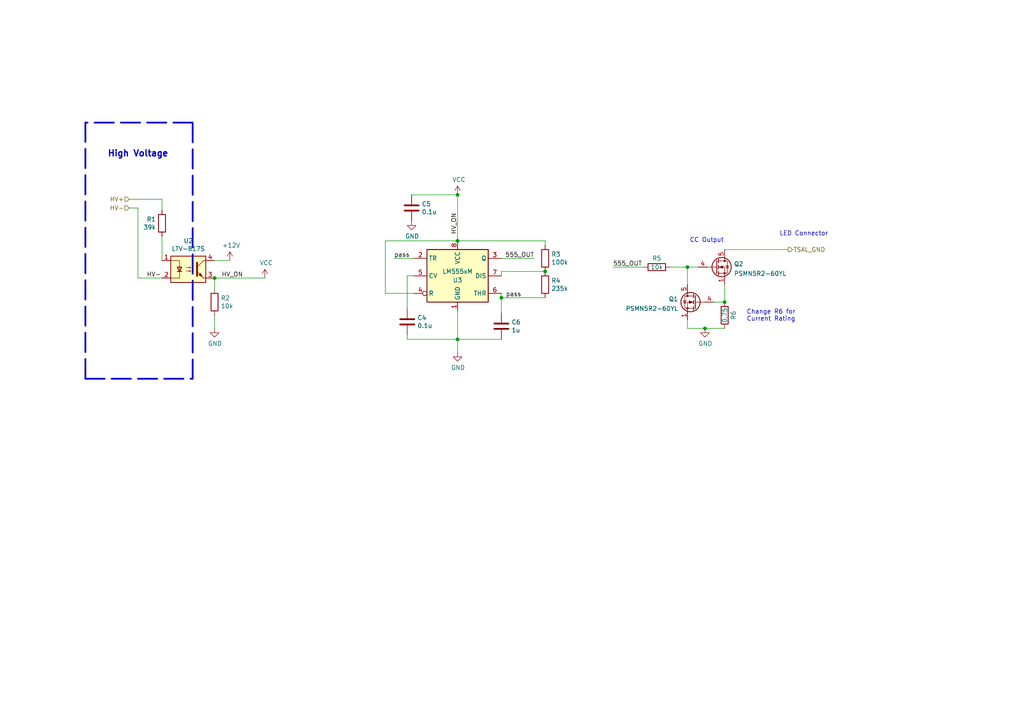
<source format=kicad_sch>
(kicad_sch (version 20211123) (generator eeschema)
  (paper "A4")
  (lib_symbols
    (symbol "Device:C" (pin_numbers hide) (pin_names (offset 0.254))
      (property "Reference" "C" (at 0.635 2.54 0))
      (property "Value" "C" (at 0.635 -2.54 0))
      (symbol "C_0_1"
        (polyline (pts (xy -2.032 -0.762) (xy 2.032 -0.762)) (stroke (width 0.508)))
        (polyline (pts (xy -2.032 0.762) (xy 2.032 0.762)) (stroke (width 0.508)))
      )
      (symbol "C_1_1"
        (pin passive line (at 0 3.81 270) (length 2.794) (name "~") (number "1"))
        (pin passive line (at 0 -3.81 90) (length 2.794) (name "~") (number "2"))
      )
    )
    (symbol "Device:R" (pin_numbers hide) (pin_names (offset 0))
      (property "Reference" "R" (at 2.032 0 90))
      (property "Value" "R" (at 0 0 90))
      (symbol "R_0_1"
        (rectangle (start -1.016 -2.54) (end 1.016 2.54) (stroke (width 0.254)))
      )
      (symbol "R_1_1"
        (pin passive line (at 0 3.81 270) (length 1.27) (name "~") (number "1"))
        (pin passive line (at 0 -3.81 90) (length 1.27) (name "~") (number "2"))
      )
    )
    (symbol "Isolator:LTV-817S" (pin_names (offset 1.016))
      (property "Reference" "U" (at -3.81 5.08 0))
      (property "Value" "LTV-817S" (at 0 -5.08 0))
      (symbol "LTV-817S_1_1"
        (rectangle (start -5.08 3.81) (end 5.08 -3.81) (stroke (width 0.254)) (fill (type background)))
        (polyline (pts (xy -3.175 -0.635) (xy -1.905 -0.635)) (stroke (width 0.254)))
        (polyline (pts (xy 2.54 0.635) (xy 4.445 2.54)))
        (polyline (pts (xy 4.445 -2.54) (xy 2.54 -0.635)) (fill (type outline)))
        (polyline (pts (xy 4.445 -2.54) (xy 5.08 -2.54)))
        (polyline (pts (xy 4.445 2.54) (xy 5.08 2.54)))
        (polyline (pts (xy -5.08 2.54) (xy -2.54 2.54) (xy -2.54 -0.762)))
        (polyline (pts (xy -2.54 -0.635) (xy -2.54 -2.54) (xy -5.08 -2.54)))
        (polyline (pts (xy 2.54 1.905) (xy 2.54 -1.905) (xy 2.54 -1.905)) (stroke (width 0.508)))
        (polyline (pts (xy -2.54 -0.635) (xy -3.175 0.635) (xy -1.905 0.635) (xy -2.54 -0.635)) (stroke (width 0.254)))
        (polyline (pts (xy -0.508 -0.508) (xy 0.762 -0.508) (xy 0.381 -0.635) (xy 0.381 -0.381) (xy 0.762 -0.508)))
        (polyline (pts (xy -0.508 0.508) (xy 0.762 0.508) (xy 0.381 0.381) (xy 0.381 0.635) (xy 0.762 0.508)))
        (polyline (pts (xy 3.048 -1.651) (xy 3.556 -1.143) (xy 4.064 -2.159) (xy 3.048 -1.651) (xy 3.048 -1.651)) (fill (type outline)))
        (pin passive line (at -7.62 2.54 0) (length 2.54) (name "~") (number "1"))
        (pin passive line (at -7.62 -2.54 0) (length 2.54) (name "~") (number "2"))
        (pin passive line (at 7.62 -2.54 180) (length 2.54) (name "~") (number "3"))
        (pin passive line (at 7.62 2.54 180) (length 2.54) (name "~") (number "4"))
      )
    )
    (symbol "Timer:LM555xM"
      (property "Reference" "U" (at -10.16 8.89 0))
      (property "Value" "LM555xM" (at 2.54 8.89 0))
      (symbol "LM555xM_0_0"
        (pin power_in line (at 0 -10.16 90) (length 2.54) (name "GND") (number "1"))
        (pin power_in line (at 0 10.16 270) (length 2.54) (name "VCC") (number "8"))
      )
      (symbol "LM555xM_0_1"
        (rectangle (start -8.89 -7.62) (end 8.89 7.62) (stroke (width 0.254)) (fill (type background)))
        (rectangle (start -8.89 -7.62) (end 8.89 7.62) (stroke (width 0.254)) (fill (type background)))
      )
      (symbol "LM555xM_1_1"
        (pin input line (at -12.7 5.08 0) (length 3.81) (name "TR") (number "2"))
        (pin output line (at 12.7 5.08 180) (length 3.81) (name "Q") (number "3"))
        (pin input inverted (at -12.7 -5.08 0) (length 3.81) (name "R") (number "4"))
        (pin input line (at -12.7 0 0) (length 3.81) (name "CV") (number "5"))
        (pin input line (at 12.7 -5.08 180) (length 3.81) (name "THR") (number "6"))
        (pin input line (at 12.7 0 180) (length 3.81) (name "DIS") (number "7"))
      )
    )
    (symbol "Transistor_FET:PSMN5R2-60YL" (pin_names hide)
      (property "Reference" "Q" (at 6.35 2.54 0))
      (property "Value" "PSMN5R2-60YL" (at 12.7 0 0))
      (symbol "PSMN5R2-60YL_0_1"
        (polyline (pts (xy 0.254 0) (xy -2.54 0)))
        (polyline (pts (xy 0.254 1.905) (xy 0.254 -1.905)) (stroke (width 0.254)))
        (polyline (pts (xy 0.762 -1.27) (xy 0.762 -2.286)) (stroke (width 0.254)))
        (polyline (pts (xy 0.762 0.508) (xy 0.762 -0.508)) (stroke (width 0.254)))
        (polyline (pts (xy 0.762 2.286) (xy 0.762 1.27)) (stroke (width 0.254)))
        (polyline (pts (xy 2.54 2.54) (xy 2.54 1.778)))
        (polyline (pts (xy 2.54 -2.54) (xy 2.54 0) (xy 0.762 0)))
        (polyline (pts (xy 0.762 -1.778) (xy 3.302 -1.778) (xy 3.302 1.778) (xy 0.762 1.778)))
        (polyline (pts (xy 1.016 0) (xy 2.032 0.381) (xy 2.032 -0.381) (xy 1.016 0)) (fill (type outline)))
        (polyline (pts (xy 2.794 0.508) (xy 2.921 0.381) (xy 3.683 0.381) (xy 3.81 0.254)))
        (polyline (pts (xy 3.302 0.381) (xy 2.921 -0.254) (xy 3.683 -0.254) (xy 3.302 0.381)))
        (circle (center 1.651 0) (radius 2.794) (stroke (width 0.254)))
        (circle (center 2.54 -1.778) (radius 0.254) (fill (type outline)))
        (circle (center 2.54 1.778) (radius 0.254) (fill (type outline)))
      )
      (symbol "PSMN5R2-60YL_1_1"
        (pin passive line (at 2.54 -5.08 90) (length 2.54) (name "S") (number "1"))
        (pin passive line (at 2.54 -5.08 90) (length 2.54) hide (name "S") (number "2"))
        (pin passive line (at 2.54 -5.08 90) (length 2.54) hide (name "S") (number "3"))
        (pin passive line (at -5.08 0 0) (length 2.54) (name "G") (number "4"))
        (pin passive line (at 2.54 5.08 270) (length 2.54) (name "D") (number "5"))
      )
    )
    (symbol "power:+12V" (power) (pin_names (offset 0))
      (property "Value" "+12V" (at 0 3.556 0))
      (symbol "+12V_0_1"
        (polyline (pts (xy -0.762 1.27) (xy 0 2.54)))
        (polyline (pts (xy 0 0) (xy 0 2.54)))
        (polyline (pts (xy 0 2.54) (xy 0.762 1.27)))
      )
      (symbol "+12V_1_1"
        (pin power_in line (at 0 0 90) (length 0) hide (name "+12V") (number "1"))
      )
    )
    (symbol "power:GND" (power) (pin_names (offset 0))
      (property "Value" "GND" (at 0 -3.81 0))
      (symbol "GND_0_1"
        (polyline (pts (xy 0 0) (xy 0 -1.27) (xy 1.27 -1.27) (xy 0 -2.54) (xy -1.27 -1.27) (xy 0 -1.27)))
      )
      (symbol "GND_1_1"
        (pin power_in line (at 0 0 270) (length 0) hide (name "GND") (number "1"))
      )
    )
    (symbol "power:VCC" (power) (pin_names (offset 0))
      (property "Value" "VCC" (at 0 3.81 0))
      (symbol "VCC_0_1"
        (polyline (pts (xy -0.762 1.27) (xy 0 2.54)))
        (polyline (pts (xy 0 0) (xy 0 2.54)))
        (polyline (pts (xy 0 2.54) (xy 0.762 1.27)))
      )
      (symbol "VCC_1_1"
        (pin power_in line (at 0 0 90) (length 0) hide (name "VCC") (number "1"))
      )
    )
  )
  (junction (at 145.415 86.36))
  (junction (at 199.39 77.47))
  (junction (at 132.715 69.85))
  (junction (at 132.715 98.425))
  (junction (at 210.185 87.63))
  (junction (at 158.115 78.74))
  (junction (at 132.715 56.515))
  (junction (at 62.23 80.645))
  (junction (at 204.47 95.25))
  (wire (pts (xy 111.76 69.85) (xy 132.715 69.85)))
  (wire (pts (xy 145.415 80.01) (xy 145.415 78.74)))
  (wire (pts (xy 199.39 77.47) (xy 202.565 77.47)))
  (wire (pts (xy 145.415 86.36) (xy 145.415 85.09)))
  (wire (pts (xy 37.465 57.785) (xy 46.99 57.785)))
  (wire (pts (xy 177.8 77.47) (xy 186.69 77.47)))
  (wire (pts (xy 210.185 72.39) (xy 228.6 72.39)))
  (polyline (pts (xy 55.88 35.56) (xy 24.765 35.56)) (stroke (width 0.508)))
  (wire (pts (xy 158.115 71.12) (xy 158.115 69.85)))
  (wire (pts (xy 62.23 80.645) (xy 76.835 80.645)))
  (wire (pts (xy 120.015 85.09) (xy 111.76 85.09)))
  (wire (pts (xy 210.185 87.63) (xy 210.185 82.55)))
  (wire (pts (xy 132.715 90.17) (xy 132.715 98.425)))
  (wire (pts (xy 207.01 87.63) (xy 210.185 87.63)))
  (wire (pts (xy 46.99 68.58) (xy 46.99 75.565)))
  (wire (pts (xy 111.76 85.09) (xy 111.76 69.85)))
  (wire (pts (xy 199.39 95.25) (xy 199.39 92.71)))
  (wire (pts (xy 132.715 56.515) (xy 119.38 56.515)))
  (wire (pts (xy 145.415 78.74) (xy 158.115 78.74)))
  (wire (pts (xy 194.31 77.47) (xy 199.39 77.47)))
  (wire (pts (xy 145.415 98.425) (xy 132.715 98.425)))
  (wire (pts (xy 204.47 95.25) (xy 199.39 95.25)))
  (wire (pts (xy 118.11 89.535) (xy 118.11 80.01)))
  (polyline (pts (xy 55.88 109.855) (xy 55.88 35.56)) (stroke (width 0.508)))
  (wire (pts (xy 210.185 95.25) (xy 204.47 95.25)))
  (wire (pts (xy 40.005 80.645) (xy 40.005 60.325)))
  (wire (pts (xy 118.11 98.425) (xy 132.715 98.425)))
  (wire (pts (xy 62.23 80.645) (xy 62.23 83.82)))
  (wire (pts (xy 118.11 97.155) (xy 118.11 98.425)))
  (wire (pts (xy 132.715 98.425) (xy 132.715 102.235)))
  (wire (pts (xy 132.715 56.515) (xy 132.715 69.85)))
  (wire (pts (xy 145.415 86.36) (xy 158.115 86.36)))
  (wire (pts (xy 118.11 80.01) (xy 120.015 80.01)))
  (wire (pts (xy 199.39 82.55) (xy 199.39 77.47)))
  (wire (pts (xy 158.115 69.85) (xy 132.715 69.85)))
  (wire (pts (xy 66.675 75.565) (xy 62.23 75.565)))
  (wire (pts (xy 145.415 90.805) (xy 145.415 86.36)))
  (wire (pts (xy 46.99 80.645) (xy 40.005 80.645)))
  (wire (pts (xy 40.005 60.325) (xy 37.465 60.325)))
  (polyline (pts (xy 24.765 35.56) (xy 24.765 109.855)) (stroke (width 0.508)))
  (wire (pts (xy 62.23 91.44) (xy 62.23 95.25)))
  (polyline (pts (xy 24.765 109.855) (xy 55.88 109.855)) (stroke (width 0.508)))
  (wire (pts (xy 154.94 74.93) (xy 145.415 74.93)))
  (wire (pts (xy 46.99 57.785) (xy 46.99 60.96)))
  (wire (pts (xy 114.3 74.93) (xy 120.015 74.93)))
  (text "Change R6 for \nCurrent Rating" (at 216.535 93.345 0) (effects (font (size 1.27 1.27)) (justify left bottom)))
  (text "CC Output" (at 200.025 70.485 0) (effects (font (size 1.27 1.27)) (justify left bottom)))
  (text "LED Connector\n" (at 226.06 68.58 0) (effects (font (size 1.27 1.27)) (justify left bottom)))
  (text "High Voltage" (at 31.115 45.72 0) (effects (font (size 1.8034 1.8034) (thickness 0.3607) bold) (justify left bottom)))
  (label "HV_ON" (at 132.715 67.945 90))
  (label "555_OUT" (at 177.8 77.47 0))
  (label "HV_ON" (at 70.485 80.645 180))
  (label "HV-" (at 42.545 80.645 0))
  (label "pass" (at 146.685 86.36 0))
  (label "pass" (at 114.3 74.93 0))
  (label "555_OUT" (at 154.94 74.93 180))
  (hierarchical_label "HV+" (shape input) (at 37.465 57.785 180))
  (hierarchical_label "HV-" (shape input) (at 37.465 60.325 180))
  (hierarchical_label "TSAL_GND" (shape output) (at 228.6 72.39 0))
  (symbol (lib_id "Timer:LM555xM") (at 132.715 80.01 0) (unit 1)
    (property "Reference" "U3" (at 132.715 81.28 0))
    (property "Value" "LM555xM" (at 132.715 78.74 0))
    (property "Footprint" "Package_SO:SOIC-8_3.9x4.9mm_P1.27mm" (effects hide))
    (property "Datasheet" "http://www.ti.com/lit/ds/symlink/lm555.pdf" (effects hide))
  )
  (symbol (lib_id "power:GND") (at 132.715 102.235 0) (unit 1)
    (property "Reference" "#PWR022" (effects hide))
    (property "Value" "GND" (at 132.842 106.6292 0))
  )
  (symbol (lib_id "power:VCC") (at 132.715 56.515 0) (unit 1)
    (property "Reference" "#PWR021" (effects hide))
    (property "Value" "VCC" (at 133.096 52.1208 0))
  )
  (symbol (lib_id "Device:R") (at 190.5 77.47 270) (unit 1)
    (property "Reference" "R5" (at 190.5 74.93 90))
    (property "Value" "10k" (at 190.5 77.47 90))
    (property "Footprint" "Resistor_SMD:R_0603_1608Metric_Pad0.98x0.95mm_HandSolder" (effects hide))
  )
  (symbol (lib_id "power:GND") (at 204.47 95.25 0) (unit 1)
    (property "Reference" "#PWR023" (effects hide))
    (property "Value" "GND" (at 204.597 99.6442 0))
  )
  (symbol (lib_id "Device:R") (at 158.115 82.55 0) (unit 1)
    (property "Reference" "R4" (at 159.893 81.3816 0) (effects (justify left)))
    (property "Value" "235k" (at 159.893 83.693 0) (effects (justify left)))
    (property "Footprint" "Resistor_SMD:R_0603_1608Metric_Pad0.98x0.95mm_HandSolder" (effects hide))
  )
  (symbol (lib_id "Device:R") (at 158.115 74.93 0) (unit 1)
    (property "Reference" "R3" (at 159.893 73.7616 0) (effects (justify left)))
    (property "Value" "100k" (at 159.893 76.073 0) (effects (justify left)))
    (property "Footprint" "Resistor_SMD:R_0603_1608Metric_Pad0.98x0.95mm_HandSolder" (effects hide))
  )
  (symbol (lib_id "power:+12V") (at 66.675 75.565 0) (unit 1)
    (property "Reference" "#PWR018" (effects hide))
    (property "Value" "+12V" (at 67.056 71.1708 0))
  )
  (symbol (lib_id "power:GND") (at 62.23 95.25 0) (unit 1)
    (property "Reference" "#PWR017" (effects hide))
    (property "Value" "GND" (at 62.357 99.6442 0))
  )
  (symbol (lib_id "Device:R") (at 62.23 87.63 0) (unit 1)
    (property "Reference" "R2" (at 64.008 86.4616 0) (effects (justify left)))
    (property "Value" "10k" (at 64.008 88.773 0) (effects (justify left)))
    (property "Footprint" "Resistor_SMD:R_0603_1608Metric_Pad0.98x0.95mm_HandSolder" (effects hide))
  )
  (symbol (lib_id "power:VCC") (at 76.835 80.645 0) (unit 1)
    (property "Reference" "#PWR019" (effects hide))
    (property "Value" "VCC" (at 77.216 76.2508 0))
  )
  (symbol (lib_id "Device:R") (at 46.99 64.77 0) (mirror x) (unit 1)
    (property "Reference" "R1" (at 45.212 63.6016 0) (effects (justify right)))
    (property "Value" "39k" (at 45.212 65.913 0) (effects (justify right)))
    (property "Footprint" "Resistor_THT:R_Axial_DIN0411_L9.9mm_D3.6mm_P25.40mm_Horizontal" (effects hide))
  )
  (symbol (lib_id "Device:C") (at 145.415 94.615 0) (unit 1)
    (property "Reference" "C6" (at 148.336 93.4466 0) (effects (justify left)))
    (property "Value" "1u" (at 148.336 95.758 0) (effects (justify left)))
    (property "Footprint" "Capacitor_SMD:C_0603_1608Metric_Pad1.08x0.95mm_HandSolder" (effects hide))
  )
  (symbol (lib_id "Device:C") (at 118.11 93.345 0) (unit 1)
    (property "Reference" "C4" (at 121.031 92.1766 0) (effects (justify left)))
    (property "Value" "0.1u" (at 121.031 94.488 0) (effects (justify left)))
    (property "Footprint" "Capacitor_SMD:C_0603_1608Metric_Pad1.08x0.95mm_HandSolder" (effects hide))
  )
  (symbol (lib_id "Isolator:LTV-817S") (at 54.61 78.105 0) (unit 1)
    (property "Reference" "U2" (at 54.61 69.85 0))
    (property "Value" "LTV-817S" (at 54.61 72.1614 0))
    (property "Footprint" "Package_DIP:SMDIP-4_W9.53mm_Clearance8mm" (effects hide))
    (property "Datasheet" "http://www.us.liteon.com/downloads/LTV-817-827-847.PDF" (effects hide))
  )
  (symbol (lib_id "Device:R") (at 210.185 91.44 180) (unit 1)
    (property "Reference" "R6" (at 212.725 91.44 90))
    (property "Value" "0.75" (at 210.185 91.44 90))
    (property "Footprint" "Resistor_SMD:R_2512_6332Metric_Pad1.40x3.35mm_HandSolder" (effects hide))
  )
  (symbol (lib_id "Device:C") (at 119.38 60.325 0) (unit 1)
    (property "Reference" "C5" (at 122.301 59.1566 0) (effects (justify left)))
    (property "Value" "0.1u" (at 122.301 61.468 0) (effects (justify left)))
    (property "Footprint" "Capacitor_SMD:C_0603_1608Metric_Pad1.08x0.95mm_HandSolder" (effects hide))
  )
  (symbol (lib_id "power:GND") (at 119.38 64.135 0) (unit 1)
    (property "Reference" "#PWR020" (effects hide))
    (property "Value" "GND" (at 119.507 68.5292 0))
  )
  (symbol (lib_id "Transistor_FET:PSMN5R2-60YL") (at 201.93 87.63 0) (mirror y) (unit 1)
    (property "Reference" "Q1" (at 196.723 86.7215 0) (effects (justify left)))
    (property "Value" "PSMN5R2-60YL" (at 196.723 89.4966 0) (effects (justify left)))
    (property "Footprint" "Package_TO_SOT_SMD:LFPAK56" (effects hide))
    (property "Datasheet" "https://assets.nexperia.com/documents/data-sheet/PSMN5R2-60YL.pdf" (effects hide))
  )
  (symbol (lib_id "Transistor_FET:PSMN5R2-60YL") (at 207.645 77.47 0) (unit 1)
    (property "Reference" "Q2" (at 212.852 76.5615 0) (effects (justify left)))
    (property "Value" "PSMN5R2-60YL" (at 212.852 79.3366 0) (effects (justify left)))
    (property "Footprint" "Package_TO_SOT_SMD:LFPAK56" (effects hide))
    (property "Datasheet" "https://assets.nexperia.com/documents/data-sheet/PSMN5R2-60YL.pdf" (effects hide))
  )
)
</source>
